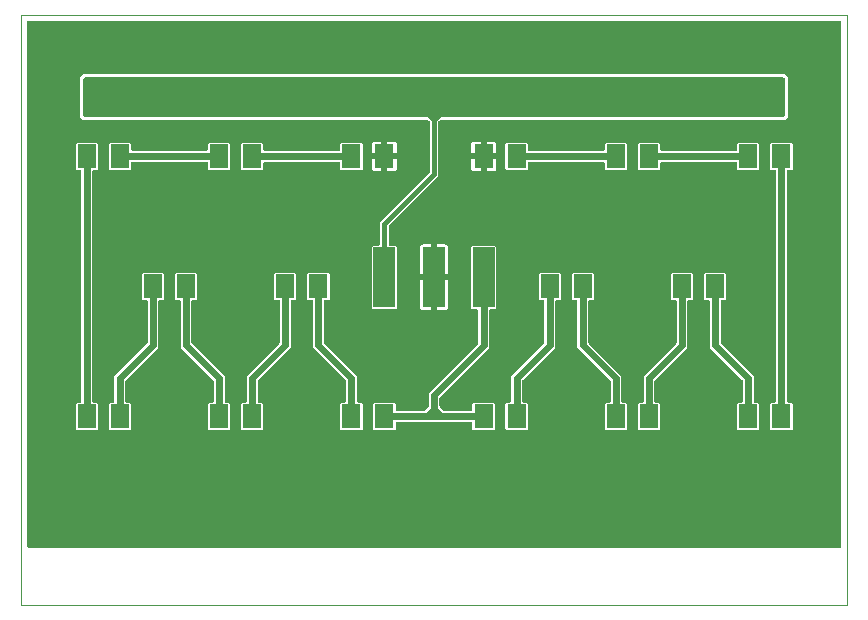
<source format=gbl>
G04 EAGLE Gerber RS-274X export*
G75*
%MOMM*%
%FSLAX34Y34*%
%LPD*%
%INCopper Bottom*%
%IPPOS*%
%AMOC8*
5,1,8,0,0,1.08239X$1,22.5*%
G01*
%ADD10C,0.000000*%
%ADD11R,1.600000X2.000000*%
%ADD12R,1.828800X5.080000*%
%ADD13C,0.609600*%
%ADD14P,0.659825X8X22.500000*%
%ADD15C,0.406400*%

G36*
X693768Y48746D02*
X693768Y48746D01*
X693887Y48753D01*
X693925Y48766D01*
X693966Y48771D01*
X694076Y48814D01*
X694189Y48851D01*
X694224Y48873D01*
X694261Y48888D01*
X694357Y48957D01*
X694458Y49021D01*
X694486Y49051D01*
X694519Y49074D01*
X694595Y49166D01*
X694676Y49253D01*
X694696Y49288D01*
X694721Y49319D01*
X694772Y49427D01*
X694830Y49531D01*
X694840Y49571D01*
X694857Y49607D01*
X694879Y49724D01*
X694909Y49839D01*
X694913Y49899D01*
X694917Y49919D01*
X694915Y49940D01*
X694919Y50000D01*
X694919Y493650D01*
X694904Y493768D01*
X694897Y493887D01*
X694884Y493925D01*
X694879Y493966D01*
X694836Y494076D01*
X694799Y494189D01*
X694777Y494224D01*
X694762Y494261D01*
X694693Y494357D01*
X694629Y494458D01*
X694599Y494486D01*
X694576Y494519D01*
X694484Y494595D01*
X694397Y494676D01*
X694362Y494696D01*
X694331Y494721D01*
X694223Y494772D01*
X694119Y494830D01*
X694079Y494840D01*
X694043Y494857D01*
X693926Y494879D01*
X693811Y494909D01*
X693751Y494913D01*
X693731Y494917D01*
X693710Y494915D01*
X693650Y494919D01*
X6350Y494919D01*
X6232Y494904D01*
X6113Y494897D01*
X6075Y494884D01*
X6034Y494879D01*
X5924Y494836D01*
X5811Y494799D01*
X5776Y494777D01*
X5739Y494762D01*
X5643Y494693D01*
X5542Y494629D01*
X5514Y494599D01*
X5481Y494576D01*
X5405Y494484D01*
X5324Y494397D01*
X5304Y494362D01*
X5279Y494331D01*
X5228Y494223D01*
X5170Y494119D01*
X5160Y494079D01*
X5143Y494043D01*
X5121Y493926D01*
X5091Y493811D01*
X5087Y493751D01*
X5083Y493731D01*
X5085Y493710D01*
X5081Y493650D01*
X5081Y50000D01*
X5096Y49882D01*
X5103Y49763D01*
X5116Y49725D01*
X5121Y49684D01*
X5164Y49574D01*
X5201Y49461D01*
X5223Y49426D01*
X5238Y49389D01*
X5307Y49293D01*
X5371Y49192D01*
X5401Y49164D01*
X5424Y49131D01*
X5516Y49056D01*
X5603Y48974D01*
X5638Y48954D01*
X5669Y48929D01*
X5777Y48878D01*
X5881Y48820D01*
X5921Y48810D01*
X5957Y48793D01*
X6074Y48771D01*
X6189Y48741D01*
X6249Y48737D01*
X6269Y48733D01*
X6290Y48735D01*
X6350Y48731D01*
X693650Y48731D01*
X693768Y48746D01*
G37*
%LPC*%
G36*
X298224Y250575D02*
X298224Y250575D01*
X297331Y251468D01*
X297331Y303532D01*
X298224Y304425D01*
X303174Y304425D01*
X303292Y304440D01*
X303411Y304447D01*
X303449Y304460D01*
X303490Y304465D01*
X303600Y304508D01*
X303713Y304545D01*
X303748Y304567D01*
X303785Y304582D01*
X303881Y304651D01*
X303982Y304715D01*
X304010Y304745D01*
X304043Y304768D01*
X304119Y304860D01*
X304200Y304947D01*
X304220Y304982D01*
X304245Y305013D01*
X304296Y305121D01*
X304354Y305225D01*
X304364Y305265D01*
X304381Y305301D01*
X304403Y305418D01*
X304433Y305533D01*
X304437Y305593D01*
X304441Y305613D01*
X304439Y305634D01*
X304443Y305694D01*
X304443Y324473D01*
X346072Y366101D01*
X346132Y366180D01*
X346200Y366252D01*
X346229Y366305D01*
X346266Y366353D01*
X346306Y366444D01*
X346354Y366530D01*
X346369Y366589D01*
X346393Y366645D01*
X346408Y366743D01*
X346433Y366838D01*
X346439Y366938D01*
X346443Y366959D01*
X346441Y366971D01*
X346443Y366999D01*
X346443Y408937D01*
X346431Y409035D01*
X346428Y409134D01*
X346411Y409192D01*
X346403Y409253D01*
X346367Y409345D01*
X346339Y409440D01*
X346309Y409492D01*
X346286Y409548D01*
X346228Y409628D01*
X346178Y409714D01*
X346112Y409789D01*
X346100Y409806D01*
X346090Y409813D01*
X346072Y409835D01*
X345851Y410056D01*
X345772Y410116D01*
X345700Y410184D01*
X345647Y410213D01*
X345599Y410250D01*
X345508Y410290D01*
X345422Y410338D01*
X345363Y410353D01*
X345307Y410377D01*
X345209Y410392D01*
X345114Y410417D01*
X345014Y410423D01*
X344993Y410427D01*
X344981Y410425D01*
X344953Y410427D01*
X53106Y410427D01*
X50427Y413106D01*
X50427Y446894D01*
X53106Y449573D01*
X646894Y449573D01*
X649573Y446894D01*
X649573Y413106D01*
X646894Y410427D01*
X355047Y410427D01*
X354949Y410415D01*
X354850Y410412D01*
X354792Y410395D01*
X354731Y410387D01*
X354639Y410351D01*
X354544Y410323D01*
X354492Y410293D01*
X354436Y410270D01*
X354356Y410212D01*
X354270Y410162D01*
X354195Y410096D01*
X354178Y410084D01*
X354171Y410074D01*
X354149Y410055D01*
X353928Y409834D01*
X353868Y409756D01*
X353800Y409684D01*
X353771Y409631D01*
X353734Y409583D01*
X353694Y409492D01*
X353646Y409406D01*
X353631Y409347D01*
X353607Y409291D01*
X353592Y409193D01*
X353567Y409098D01*
X353561Y408998D01*
X353557Y408977D01*
X353559Y408965D01*
X353557Y408937D01*
X353557Y363527D01*
X311928Y321899D01*
X311868Y321820D01*
X311800Y321748D01*
X311771Y321695D01*
X311734Y321647D01*
X311694Y321556D01*
X311646Y321470D01*
X311631Y321411D01*
X311607Y321355D01*
X311592Y321257D01*
X311567Y321162D01*
X311561Y321062D01*
X311557Y321041D01*
X311559Y321029D01*
X311557Y321001D01*
X311557Y305694D01*
X311572Y305576D01*
X311579Y305457D01*
X311592Y305419D01*
X311597Y305378D01*
X311640Y305268D01*
X311677Y305155D01*
X311699Y305120D01*
X311714Y305083D01*
X311783Y304987D01*
X311847Y304886D01*
X311877Y304858D01*
X311900Y304825D01*
X311992Y304749D01*
X312079Y304668D01*
X312114Y304648D01*
X312145Y304623D01*
X312253Y304572D01*
X312357Y304514D01*
X312397Y304504D01*
X312433Y304487D01*
X312550Y304465D01*
X312665Y304435D01*
X312725Y304431D01*
X312745Y304427D01*
X312766Y304429D01*
X312826Y304425D01*
X317776Y304425D01*
X318669Y303532D01*
X318669Y251468D01*
X317776Y250575D01*
X298224Y250575D01*
G37*
%LPD*%
G36*
X645018Y412971D02*
X645018Y412971D01*
X645036Y412969D01*
X645218Y412990D01*
X645401Y413009D01*
X645418Y413014D01*
X645435Y413016D01*
X645610Y413073D01*
X645786Y413127D01*
X645801Y413135D01*
X645818Y413141D01*
X645978Y413231D01*
X646140Y413319D01*
X646153Y413330D01*
X646169Y413339D01*
X646308Y413459D01*
X646449Y413576D01*
X646460Y413590D01*
X646474Y413602D01*
X646586Y413747D01*
X646701Y413890D01*
X646709Y413906D01*
X646720Y413920D01*
X646802Y414085D01*
X646887Y414247D01*
X646892Y414264D01*
X646900Y414281D01*
X646947Y414459D01*
X646998Y414634D01*
X647000Y414652D01*
X647004Y414669D01*
X647031Y415000D01*
X647031Y445000D01*
X647029Y445018D01*
X647031Y445036D01*
X647010Y445218D01*
X646991Y445401D01*
X646986Y445418D01*
X646984Y445435D01*
X646927Y445610D01*
X646873Y445786D01*
X646865Y445801D01*
X646859Y445818D01*
X646769Y445978D01*
X646681Y446140D01*
X646670Y446153D01*
X646661Y446169D01*
X646541Y446308D01*
X646424Y446449D01*
X646410Y446460D01*
X646398Y446474D01*
X646253Y446586D01*
X646110Y446701D01*
X646094Y446709D01*
X646080Y446720D01*
X645915Y446802D01*
X645753Y446887D01*
X645736Y446892D01*
X645720Y446900D01*
X645541Y446947D01*
X645366Y446998D01*
X645348Y447000D01*
X645331Y447004D01*
X645000Y447031D01*
X55000Y447031D01*
X54982Y447029D01*
X54964Y447031D01*
X54782Y447010D01*
X54599Y446991D01*
X54582Y446986D01*
X54565Y446984D01*
X54390Y446927D01*
X54214Y446873D01*
X54199Y446865D01*
X54182Y446859D01*
X54022Y446769D01*
X53860Y446681D01*
X53847Y446670D01*
X53831Y446661D01*
X53692Y446541D01*
X53551Y446424D01*
X53540Y446410D01*
X53527Y446398D01*
X53414Y446253D01*
X53299Y446110D01*
X53291Y446094D01*
X53280Y446080D01*
X53198Y445915D01*
X53113Y445753D01*
X53108Y445736D01*
X53100Y445720D01*
X53053Y445541D01*
X53002Y445366D01*
X53000Y445348D01*
X52996Y445331D01*
X52969Y445000D01*
X52969Y415000D01*
X52971Y414982D01*
X52969Y414964D01*
X52990Y414782D01*
X53009Y414599D01*
X53014Y414582D01*
X53016Y414565D01*
X53073Y414390D01*
X53127Y414214D01*
X53135Y414199D01*
X53141Y414182D01*
X53231Y414022D01*
X53319Y413860D01*
X53330Y413847D01*
X53339Y413831D01*
X53459Y413692D01*
X53576Y413551D01*
X53590Y413540D01*
X53602Y413527D01*
X53747Y413414D01*
X53890Y413299D01*
X53906Y413291D01*
X53920Y413280D01*
X54085Y413198D01*
X54247Y413113D01*
X54264Y413108D01*
X54281Y413100D01*
X54459Y413053D01*
X54634Y413002D01*
X54652Y413000D01*
X54669Y412996D01*
X55000Y412969D01*
X645000Y412969D01*
X645018Y412971D01*
G37*
%LPC*%
G36*
X299368Y148475D02*
X299368Y148475D01*
X298475Y149368D01*
X298475Y170632D01*
X299368Y171525D01*
X316632Y171525D01*
X317525Y170632D01*
X317525Y165842D01*
X317540Y165724D01*
X317547Y165605D01*
X317560Y165567D01*
X317565Y165526D01*
X317608Y165416D01*
X317645Y165303D01*
X317667Y165268D01*
X317682Y165231D01*
X317751Y165135D01*
X317815Y165034D01*
X317845Y165006D01*
X317868Y164973D01*
X317960Y164897D01*
X318047Y164816D01*
X318082Y164796D01*
X318113Y164771D01*
X318221Y164720D01*
X318325Y164662D01*
X318365Y164652D01*
X318401Y164635D01*
X318518Y164613D01*
X318633Y164583D01*
X318693Y164579D01*
X318713Y164575D01*
X318734Y164577D01*
X318794Y164573D01*
X341484Y164573D01*
X341582Y164585D01*
X341681Y164588D01*
X341740Y164605D01*
X341800Y164613D01*
X341892Y164649D01*
X341987Y164677D01*
X342039Y164707D01*
X342095Y164730D01*
X342175Y164788D01*
X342261Y164838D01*
X342336Y164904D01*
X342353Y164916D01*
X342361Y164926D01*
X342382Y164944D01*
X345056Y167618D01*
X345116Y167697D01*
X345184Y167769D01*
X345213Y167822D01*
X345250Y167870D01*
X345290Y167961D01*
X345338Y168047D01*
X345353Y168106D01*
X345377Y168161D01*
X345392Y168259D01*
X345417Y168355D01*
X345423Y168455D01*
X345427Y168476D01*
X345425Y168488D01*
X345427Y168516D01*
X345427Y179894D01*
X387056Y221522D01*
X387116Y221601D01*
X387184Y221673D01*
X387213Y221726D01*
X387250Y221774D01*
X387290Y221865D01*
X387338Y221951D01*
X387353Y222010D01*
X387377Y222065D01*
X387392Y222163D01*
X387417Y222259D01*
X387423Y222359D01*
X387427Y222380D01*
X387425Y222392D01*
X387427Y222420D01*
X387427Y249306D01*
X387412Y249424D01*
X387405Y249543D01*
X387392Y249581D01*
X387387Y249622D01*
X387344Y249732D01*
X387307Y249845D01*
X387285Y249880D01*
X387270Y249917D01*
X387201Y250013D01*
X387137Y250114D01*
X387107Y250142D01*
X387084Y250175D01*
X386992Y250251D01*
X386905Y250332D01*
X386870Y250352D01*
X386839Y250377D01*
X386731Y250428D01*
X386627Y250486D01*
X386587Y250496D01*
X386551Y250513D01*
X386434Y250535D01*
X386319Y250565D01*
X386259Y250569D01*
X386239Y250573D01*
X386218Y250571D01*
X386158Y250575D01*
X382224Y250575D01*
X381331Y251468D01*
X381331Y303532D01*
X382224Y304425D01*
X401776Y304425D01*
X402669Y303532D01*
X402669Y251468D01*
X401776Y250575D01*
X397842Y250575D01*
X397724Y250560D01*
X397605Y250553D01*
X397567Y250540D01*
X397526Y250535D01*
X397416Y250492D01*
X397303Y250455D01*
X397268Y250433D01*
X397231Y250418D01*
X397135Y250349D01*
X397034Y250285D01*
X397006Y250255D01*
X396973Y250232D01*
X396897Y250140D01*
X396816Y250053D01*
X396796Y250018D01*
X396771Y249987D01*
X396720Y249879D01*
X396662Y249775D01*
X396652Y249735D01*
X396635Y249699D01*
X396613Y249582D01*
X396583Y249467D01*
X396579Y249407D01*
X396575Y249387D01*
X396577Y249366D01*
X396576Y249356D01*
X396575Y249353D01*
X396575Y249349D01*
X396573Y249306D01*
X396573Y218106D01*
X354944Y176478D01*
X354884Y176399D01*
X354816Y176327D01*
X354787Y176274D01*
X354750Y176226D01*
X354710Y176135D01*
X354662Y176049D01*
X354647Y175990D01*
X354623Y175935D01*
X354608Y175837D01*
X354583Y175741D01*
X354577Y175641D01*
X354573Y175620D01*
X354575Y175608D01*
X354573Y175580D01*
X354573Y168516D01*
X354585Y168418D01*
X354588Y168319D01*
X354605Y168260D01*
X354613Y168200D01*
X354649Y168108D01*
X354677Y168013D01*
X354707Y167961D01*
X354730Y167905D01*
X354788Y167825D01*
X354838Y167739D01*
X354904Y167664D01*
X354916Y167647D01*
X354926Y167639D01*
X354944Y167618D01*
X357618Y164944D01*
X357697Y164884D01*
X357769Y164816D01*
X357822Y164787D01*
X357870Y164750D01*
X357961Y164710D01*
X358047Y164662D01*
X358106Y164647D01*
X358161Y164623D01*
X358259Y164608D01*
X358355Y164583D01*
X358455Y164577D01*
X358476Y164573D01*
X358488Y164575D01*
X358516Y164573D01*
X381206Y164573D01*
X381324Y164588D01*
X381443Y164595D01*
X381481Y164608D01*
X381522Y164613D01*
X381632Y164656D01*
X381745Y164693D01*
X381780Y164715D01*
X381817Y164730D01*
X381913Y164799D01*
X382014Y164863D01*
X382042Y164893D01*
X382075Y164916D01*
X382151Y165008D01*
X382232Y165095D01*
X382252Y165130D01*
X382277Y165161D01*
X382328Y165269D01*
X382386Y165373D01*
X382396Y165413D01*
X382413Y165449D01*
X382435Y165566D01*
X382465Y165681D01*
X382469Y165741D01*
X382473Y165761D01*
X382471Y165782D01*
X382475Y165842D01*
X382475Y170632D01*
X383368Y171525D01*
X400632Y171525D01*
X401525Y170632D01*
X401525Y149368D01*
X400632Y148475D01*
X383368Y148475D01*
X382475Y149368D01*
X382475Y154158D01*
X382460Y154276D01*
X382453Y154395D01*
X382440Y154433D01*
X382435Y154474D01*
X382392Y154584D01*
X382355Y154697D01*
X382333Y154732D01*
X382318Y154769D01*
X382249Y154865D01*
X382185Y154966D01*
X382155Y154994D01*
X382132Y155027D01*
X382040Y155103D01*
X381953Y155184D01*
X381918Y155204D01*
X381887Y155229D01*
X381779Y155280D01*
X381675Y155338D01*
X381635Y155348D01*
X381599Y155365D01*
X381482Y155387D01*
X381367Y155417D01*
X381307Y155421D01*
X381287Y155425D01*
X381266Y155423D01*
X381206Y155427D01*
X318794Y155427D01*
X318676Y155412D01*
X318557Y155405D01*
X318519Y155392D01*
X318478Y155387D01*
X318368Y155344D01*
X318255Y155307D01*
X318220Y155285D01*
X318183Y155270D01*
X318087Y155201D01*
X317986Y155137D01*
X317958Y155107D01*
X317925Y155084D01*
X317849Y154992D01*
X317768Y154905D01*
X317748Y154870D01*
X317723Y154839D01*
X317672Y154731D01*
X317614Y154627D01*
X317604Y154587D01*
X317587Y154551D01*
X317565Y154434D01*
X317535Y154319D01*
X317531Y154259D01*
X317527Y154239D01*
X317529Y154218D01*
X317525Y154158D01*
X317525Y149368D01*
X316632Y148475D01*
X299368Y148475D01*
G37*
%LPD*%
%LPC*%
G36*
X635368Y148475D02*
X635368Y148475D01*
X634475Y149368D01*
X634475Y170632D01*
X635368Y171525D01*
X638158Y171525D01*
X638276Y171540D01*
X638395Y171547D01*
X638433Y171560D01*
X638474Y171565D01*
X638584Y171608D01*
X638697Y171645D01*
X638732Y171667D01*
X638769Y171682D01*
X638865Y171751D01*
X638966Y171815D01*
X638994Y171845D01*
X639027Y171868D01*
X639103Y171960D01*
X639184Y172047D01*
X639204Y172082D01*
X639229Y172113D01*
X639280Y172221D01*
X639338Y172325D01*
X639348Y172365D01*
X639365Y172401D01*
X639387Y172518D01*
X639417Y172633D01*
X639421Y172693D01*
X639425Y172713D01*
X639423Y172734D01*
X639427Y172794D01*
X639427Y367206D01*
X639412Y367324D01*
X639405Y367443D01*
X639392Y367481D01*
X639387Y367522D01*
X639344Y367632D01*
X639307Y367745D01*
X639285Y367780D01*
X639270Y367817D01*
X639201Y367913D01*
X639137Y368014D01*
X639107Y368042D01*
X639084Y368075D01*
X638992Y368151D01*
X638905Y368232D01*
X638870Y368252D01*
X638839Y368277D01*
X638731Y368328D01*
X638627Y368386D01*
X638587Y368396D01*
X638551Y368413D01*
X638434Y368435D01*
X638319Y368465D01*
X638259Y368469D01*
X638239Y368473D01*
X638218Y368471D01*
X638158Y368475D01*
X635368Y368475D01*
X634475Y369368D01*
X634475Y390632D01*
X635368Y391525D01*
X652632Y391525D01*
X653525Y390632D01*
X653525Y369368D01*
X652632Y368475D01*
X649842Y368475D01*
X649724Y368460D01*
X649605Y368453D01*
X649567Y368440D01*
X649526Y368435D01*
X649416Y368392D01*
X649303Y368355D01*
X649268Y368333D01*
X649231Y368318D01*
X649135Y368249D01*
X649034Y368185D01*
X649006Y368155D01*
X648973Y368132D01*
X648897Y368040D01*
X648816Y367953D01*
X648796Y367918D01*
X648771Y367887D01*
X648720Y367779D01*
X648662Y367675D01*
X648652Y367635D01*
X648635Y367599D01*
X648613Y367482D01*
X648583Y367367D01*
X648579Y367307D01*
X648575Y367287D01*
X648577Y367266D01*
X648573Y367206D01*
X648573Y172794D01*
X648588Y172676D01*
X648595Y172557D01*
X648608Y172519D01*
X648613Y172478D01*
X648656Y172368D01*
X648693Y172255D01*
X648715Y172220D01*
X648730Y172183D01*
X648799Y172087D01*
X648863Y171986D01*
X648893Y171958D01*
X648916Y171925D01*
X649008Y171849D01*
X649095Y171768D01*
X649130Y171748D01*
X649161Y171723D01*
X649269Y171672D01*
X649373Y171614D01*
X649413Y171604D01*
X649449Y171587D01*
X649566Y171565D01*
X649681Y171535D01*
X649741Y171531D01*
X649761Y171527D01*
X649782Y171529D01*
X649842Y171525D01*
X652632Y171525D01*
X653525Y170632D01*
X653525Y149368D01*
X652632Y148475D01*
X635368Y148475D01*
G37*
%LPD*%
%LPC*%
G36*
X47368Y148475D02*
X47368Y148475D01*
X46475Y149368D01*
X46475Y170632D01*
X47368Y171525D01*
X50158Y171525D01*
X50276Y171540D01*
X50395Y171547D01*
X50433Y171560D01*
X50474Y171565D01*
X50584Y171608D01*
X50697Y171645D01*
X50732Y171667D01*
X50769Y171682D01*
X50865Y171751D01*
X50966Y171815D01*
X50994Y171845D01*
X51027Y171868D01*
X51103Y171960D01*
X51184Y172047D01*
X51204Y172082D01*
X51229Y172113D01*
X51280Y172221D01*
X51338Y172325D01*
X51348Y172365D01*
X51365Y172401D01*
X51387Y172518D01*
X51417Y172633D01*
X51421Y172693D01*
X51425Y172713D01*
X51423Y172734D01*
X51427Y172794D01*
X51427Y367206D01*
X51412Y367324D01*
X51405Y367443D01*
X51392Y367481D01*
X51387Y367522D01*
X51344Y367632D01*
X51307Y367745D01*
X51285Y367780D01*
X51270Y367817D01*
X51201Y367913D01*
X51137Y368014D01*
X51107Y368042D01*
X51084Y368075D01*
X50992Y368151D01*
X50905Y368232D01*
X50870Y368252D01*
X50839Y368277D01*
X50731Y368328D01*
X50627Y368386D01*
X50587Y368396D01*
X50551Y368413D01*
X50434Y368435D01*
X50319Y368465D01*
X50259Y368469D01*
X50239Y368473D01*
X50218Y368471D01*
X50158Y368475D01*
X47368Y368475D01*
X46475Y369368D01*
X46475Y390632D01*
X47368Y391525D01*
X64632Y391525D01*
X65525Y390632D01*
X65525Y369368D01*
X64632Y368475D01*
X61842Y368475D01*
X61724Y368460D01*
X61605Y368453D01*
X61567Y368440D01*
X61526Y368435D01*
X61416Y368392D01*
X61303Y368355D01*
X61268Y368333D01*
X61231Y368318D01*
X61135Y368249D01*
X61034Y368185D01*
X61006Y368155D01*
X60973Y368132D01*
X60897Y368040D01*
X60816Y367953D01*
X60796Y367918D01*
X60771Y367887D01*
X60720Y367779D01*
X60662Y367675D01*
X60652Y367635D01*
X60635Y367599D01*
X60613Y367482D01*
X60583Y367367D01*
X60579Y367307D01*
X60575Y367287D01*
X60577Y367266D01*
X60573Y367206D01*
X60573Y172794D01*
X60588Y172676D01*
X60595Y172557D01*
X60608Y172519D01*
X60613Y172478D01*
X60656Y172368D01*
X60693Y172255D01*
X60715Y172220D01*
X60730Y172183D01*
X60799Y172087D01*
X60863Y171986D01*
X60893Y171958D01*
X60916Y171925D01*
X61008Y171849D01*
X61095Y171768D01*
X61130Y171748D01*
X61161Y171723D01*
X61269Y171672D01*
X61373Y171614D01*
X61413Y171604D01*
X61449Y171587D01*
X61566Y171565D01*
X61681Y171535D01*
X61741Y171531D01*
X61761Y171527D01*
X61782Y171529D01*
X61842Y171525D01*
X64632Y171525D01*
X65525Y170632D01*
X65525Y149368D01*
X64632Y148475D01*
X47368Y148475D01*
G37*
%LPD*%
%LPC*%
G36*
X271368Y148475D02*
X271368Y148475D01*
X270475Y149368D01*
X270475Y170632D01*
X271368Y171525D01*
X274158Y171525D01*
X274276Y171540D01*
X274395Y171547D01*
X274433Y171560D01*
X274474Y171565D01*
X274584Y171608D01*
X274697Y171645D01*
X274732Y171667D01*
X274769Y171682D01*
X274865Y171751D01*
X274966Y171815D01*
X274994Y171845D01*
X275027Y171868D01*
X275103Y171960D01*
X275184Y172047D01*
X275204Y172082D01*
X275229Y172113D01*
X275280Y172221D01*
X275338Y172325D01*
X275348Y172365D01*
X275365Y172401D01*
X275387Y172518D01*
X275417Y172633D01*
X275421Y172693D01*
X275425Y172713D01*
X275423Y172734D01*
X275427Y172794D01*
X275427Y189580D01*
X275415Y189678D01*
X275412Y189777D01*
X275395Y189836D01*
X275387Y189896D01*
X275351Y189988D01*
X275323Y190083D01*
X275293Y190135D01*
X275270Y190191D01*
X275212Y190271D01*
X275162Y190357D01*
X275096Y190432D01*
X275084Y190449D01*
X275074Y190457D01*
X275056Y190478D01*
X247427Y218106D01*
X247427Y257206D01*
X247412Y257324D01*
X247405Y257443D01*
X247392Y257481D01*
X247387Y257522D01*
X247344Y257632D01*
X247307Y257745D01*
X247285Y257780D01*
X247270Y257817D01*
X247201Y257913D01*
X247137Y258014D01*
X247107Y258042D01*
X247084Y258075D01*
X246992Y258151D01*
X246905Y258232D01*
X246870Y258252D01*
X246839Y258277D01*
X246731Y258328D01*
X246627Y258386D01*
X246587Y258396D01*
X246551Y258413D01*
X246434Y258435D01*
X246319Y258465D01*
X246259Y258469D01*
X246239Y258473D01*
X246218Y258471D01*
X246158Y258475D01*
X243368Y258475D01*
X242475Y259368D01*
X242475Y280632D01*
X243368Y281525D01*
X260632Y281525D01*
X261525Y280632D01*
X261525Y259368D01*
X260632Y258475D01*
X257842Y258475D01*
X257724Y258460D01*
X257605Y258453D01*
X257567Y258440D01*
X257526Y258435D01*
X257416Y258392D01*
X257303Y258355D01*
X257268Y258333D01*
X257231Y258318D01*
X257135Y258249D01*
X257034Y258185D01*
X257006Y258155D01*
X256973Y258132D01*
X256897Y258040D01*
X256816Y257953D01*
X256796Y257918D01*
X256771Y257887D01*
X256720Y257779D01*
X256662Y257675D01*
X256652Y257635D01*
X256635Y257599D01*
X256613Y257482D01*
X256583Y257367D01*
X256579Y257307D01*
X256575Y257287D01*
X256577Y257266D01*
X256573Y257206D01*
X256573Y222420D01*
X256585Y222322D01*
X256588Y222223D01*
X256605Y222164D01*
X256613Y222104D01*
X256649Y222012D01*
X256677Y221917D01*
X256707Y221865D01*
X256730Y221809D01*
X256788Y221729D01*
X256838Y221643D01*
X256904Y221568D01*
X256916Y221551D01*
X256926Y221543D01*
X256944Y221522D01*
X284573Y193894D01*
X284573Y172794D01*
X284588Y172676D01*
X284595Y172557D01*
X284608Y172519D01*
X284613Y172478D01*
X284656Y172368D01*
X284693Y172255D01*
X284715Y172220D01*
X284730Y172183D01*
X284799Y172087D01*
X284863Y171986D01*
X284893Y171958D01*
X284916Y171925D01*
X285008Y171849D01*
X285095Y171768D01*
X285130Y171748D01*
X285161Y171723D01*
X285269Y171672D01*
X285373Y171614D01*
X285413Y171604D01*
X285449Y171587D01*
X285566Y171565D01*
X285681Y171535D01*
X285741Y171531D01*
X285761Y171527D01*
X285782Y171529D01*
X285842Y171525D01*
X288632Y171525D01*
X289525Y170632D01*
X289525Y149368D01*
X288632Y148475D01*
X271368Y148475D01*
G37*
%LPD*%
%LPC*%
G36*
X159368Y148475D02*
X159368Y148475D01*
X158475Y149368D01*
X158475Y170632D01*
X159368Y171525D01*
X162158Y171525D01*
X162276Y171540D01*
X162395Y171547D01*
X162433Y171560D01*
X162474Y171565D01*
X162584Y171608D01*
X162697Y171645D01*
X162732Y171667D01*
X162769Y171682D01*
X162865Y171751D01*
X162966Y171815D01*
X162994Y171845D01*
X163027Y171868D01*
X163103Y171960D01*
X163184Y172047D01*
X163204Y172082D01*
X163229Y172113D01*
X163280Y172221D01*
X163338Y172325D01*
X163348Y172365D01*
X163365Y172401D01*
X163387Y172518D01*
X163417Y172633D01*
X163421Y172693D01*
X163425Y172713D01*
X163423Y172734D01*
X163427Y172794D01*
X163427Y189580D01*
X163415Y189678D01*
X163412Y189777D01*
X163395Y189836D01*
X163387Y189896D01*
X163351Y189988D01*
X163323Y190083D01*
X163293Y190135D01*
X163270Y190191D01*
X163212Y190271D01*
X163162Y190357D01*
X163096Y190432D01*
X163084Y190449D01*
X163074Y190457D01*
X163056Y190478D01*
X135427Y218106D01*
X135427Y257206D01*
X135412Y257324D01*
X135405Y257443D01*
X135392Y257481D01*
X135387Y257522D01*
X135344Y257632D01*
X135307Y257745D01*
X135285Y257780D01*
X135270Y257817D01*
X135201Y257913D01*
X135137Y258014D01*
X135107Y258042D01*
X135084Y258075D01*
X134992Y258151D01*
X134905Y258232D01*
X134870Y258252D01*
X134839Y258277D01*
X134731Y258328D01*
X134627Y258386D01*
X134587Y258396D01*
X134551Y258413D01*
X134434Y258435D01*
X134319Y258465D01*
X134259Y258469D01*
X134239Y258473D01*
X134218Y258471D01*
X134158Y258475D01*
X131368Y258475D01*
X130475Y259368D01*
X130475Y280632D01*
X131368Y281525D01*
X148632Y281525D01*
X149525Y280632D01*
X149525Y259368D01*
X148632Y258475D01*
X145842Y258475D01*
X145724Y258460D01*
X145605Y258453D01*
X145567Y258440D01*
X145526Y258435D01*
X145416Y258392D01*
X145303Y258355D01*
X145268Y258333D01*
X145231Y258318D01*
X145135Y258249D01*
X145034Y258185D01*
X145006Y258155D01*
X144973Y258132D01*
X144897Y258040D01*
X144816Y257953D01*
X144796Y257918D01*
X144771Y257887D01*
X144720Y257779D01*
X144662Y257675D01*
X144652Y257635D01*
X144635Y257599D01*
X144613Y257482D01*
X144583Y257367D01*
X144579Y257307D01*
X144575Y257287D01*
X144577Y257266D01*
X144573Y257206D01*
X144573Y222420D01*
X144585Y222322D01*
X144588Y222223D01*
X144605Y222164D01*
X144613Y222104D01*
X144649Y222012D01*
X144677Y221917D01*
X144707Y221865D01*
X144730Y221809D01*
X144788Y221729D01*
X144838Y221643D01*
X144904Y221568D01*
X144916Y221551D01*
X144926Y221543D01*
X144944Y221522D01*
X172573Y193894D01*
X172573Y172794D01*
X172588Y172676D01*
X172595Y172557D01*
X172608Y172519D01*
X172613Y172478D01*
X172656Y172368D01*
X172693Y172255D01*
X172715Y172220D01*
X172730Y172183D01*
X172799Y172087D01*
X172863Y171986D01*
X172893Y171958D01*
X172916Y171925D01*
X173008Y171849D01*
X173095Y171768D01*
X173130Y171748D01*
X173161Y171723D01*
X173269Y171672D01*
X173373Y171614D01*
X173413Y171604D01*
X173449Y171587D01*
X173566Y171565D01*
X173681Y171535D01*
X173741Y171531D01*
X173761Y171527D01*
X173782Y171529D01*
X173842Y171525D01*
X176632Y171525D01*
X177525Y170632D01*
X177525Y149368D01*
X176632Y148475D01*
X159368Y148475D01*
G37*
%LPD*%
%LPC*%
G36*
X607368Y148475D02*
X607368Y148475D01*
X606475Y149368D01*
X606475Y170632D01*
X607368Y171525D01*
X610158Y171525D01*
X610276Y171540D01*
X610395Y171547D01*
X610433Y171560D01*
X610474Y171565D01*
X610584Y171608D01*
X610697Y171645D01*
X610732Y171667D01*
X610769Y171682D01*
X610865Y171751D01*
X610966Y171815D01*
X610994Y171845D01*
X611027Y171868D01*
X611103Y171960D01*
X611184Y172047D01*
X611204Y172082D01*
X611229Y172113D01*
X611280Y172221D01*
X611338Y172325D01*
X611348Y172365D01*
X611365Y172401D01*
X611387Y172518D01*
X611417Y172633D01*
X611421Y172693D01*
X611425Y172713D01*
X611423Y172734D01*
X611427Y172794D01*
X611427Y189580D01*
X611415Y189678D01*
X611412Y189777D01*
X611395Y189836D01*
X611387Y189896D01*
X611351Y189988D01*
X611323Y190083D01*
X611293Y190135D01*
X611270Y190191D01*
X611212Y190271D01*
X611162Y190357D01*
X611096Y190432D01*
X611084Y190449D01*
X611074Y190457D01*
X611056Y190478D01*
X583427Y218106D01*
X583427Y257206D01*
X583412Y257324D01*
X583405Y257443D01*
X583392Y257481D01*
X583387Y257522D01*
X583344Y257632D01*
X583307Y257745D01*
X583285Y257780D01*
X583270Y257817D01*
X583201Y257913D01*
X583137Y258014D01*
X583107Y258042D01*
X583084Y258075D01*
X582992Y258151D01*
X582905Y258232D01*
X582870Y258252D01*
X582839Y258277D01*
X582731Y258328D01*
X582627Y258386D01*
X582587Y258396D01*
X582551Y258413D01*
X582434Y258435D01*
X582319Y258465D01*
X582259Y258469D01*
X582239Y258473D01*
X582218Y258471D01*
X582158Y258475D01*
X579368Y258475D01*
X578475Y259368D01*
X578475Y280632D01*
X579368Y281525D01*
X596632Y281525D01*
X597525Y280632D01*
X597525Y259368D01*
X596632Y258475D01*
X593842Y258475D01*
X593724Y258460D01*
X593605Y258453D01*
X593567Y258440D01*
X593526Y258435D01*
X593416Y258392D01*
X593303Y258355D01*
X593268Y258333D01*
X593231Y258318D01*
X593135Y258249D01*
X593034Y258185D01*
X593006Y258155D01*
X592973Y258132D01*
X592897Y258040D01*
X592816Y257953D01*
X592796Y257918D01*
X592771Y257887D01*
X592720Y257779D01*
X592662Y257675D01*
X592652Y257635D01*
X592635Y257599D01*
X592613Y257482D01*
X592583Y257367D01*
X592579Y257307D01*
X592575Y257287D01*
X592577Y257266D01*
X592573Y257206D01*
X592573Y222420D01*
X592585Y222322D01*
X592588Y222223D01*
X592605Y222164D01*
X592613Y222104D01*
X592649Y222012D01*
X592677Y221917D01*
X592707Y221865D01*
X592730Y221809D01*
X592788Y221729D01*
X592838Y221643D01*
X592904Y221568D01*
X592916Y221551D01*
X592926Y221543D01*
X592944Y221522D01*
X620573Y193894D01*
X620573Y172794D01*
X620588Y172676D01*
X620595Y172557D01*
X620608Y172519D01*
X620613Y172478D01*
X620656Y172368D01*
X620693Y172255D01*
X620715Y172220D01*
X620730Y172183D01*
X620799Y172087D01*
X620863Y171986D01*
X620893Y171958D01*
X620916Y171925D01*
X621008Y171849D01*
X621095Y171768D01*
X621130Y171748D01*
X621161Y171723D01*
X621269Y171672D01*
X621373Y171614D01*
X621413Y171604D01*
X621449Y171587D01*
X621566Y171565D01*
X621681Y171535D01*
X621741Y171531D01*
X621761Y171527D01*
X621782Y171529D01*
X621842Y171525D01*
X624632Y171525D01*
X625525Y170632D01*
X625525Y149368D01*
X624632Y148475D01*
X607368Y148475D01*
G37*
%LPD*%
%LPC*%
G36*
X495368Y148475D02*
X495368Y148475D01*
X494475Y149368D01*
X494475Y170632D01*
X495368Y171525D01*
X498158Y171525D01*
X498276Y171540D01*
X498395Y171547D01*
X498433Y171560D01*
X498474Y171565D01*
X498584Y171608D01*
X498697Y171645D01*
X498732Y171667D01*
X498769Y171682D01*
X498865Y171751D01*
X498966Y171815D01*
X498994Y171845D01*
X499027Y171868D01*
X499103Y171960D01*
X499184Y172047D01*
X499204Y172082D01*
X499229Y172113D01*
X499280Y172221D01*
X499338Y172325D01*
X499348Y172365D01*
X499365Y172401D01*
X499387Y172518D01*
X499417Y172633D01*
X499421Y172693D01*
X499425Y172713D01*
X499423Y172734D01*
X499427Y172794D01*
X499427Y189580D01*
X499415Y189678D01*
X499412Y189777D01*
X499395Y189836D01*
X499387Y189896D01*
X499351Y189988D01*
X499323Y190083D01*
X499293Y190135D01*
X499270Y190191D01*
X499212Y190271D01*
X499162Y190357D01*
X499096Y190432D01*
X499084Y190449D01*
X499074Y190457D01*
X499056Y190478D01*
X471427Y218106D01*
X471427Y257206D01*
X471412Y257324D01*
X471405Y257443D01*
X471392Y257481D01*
X471387Y257522D01*
X471344Y257632D01*
X471307Y257745D01*
X471285Y257780D01*
X471270Y257817D01*
X471201Y257913D01*
X471137Y258014D01*
X471107Y258042D01*
X471084Y258075D01*
X470992Y258151D01*
X470905Y258232D01*
X470870Y258252D01*
X470839Y258277D01*
X470731Y258328D01*
X470627Y258386D01*
X470587Y258396D01*
X470551Y258413D01*
X470434Y258435D01*
X470319Y258465D01*
X470259Y258469D01*
X470239Y258473D01*
X470218Y258471D01*
X470158Y258475D01*
X467368Y258475D01*
X466475Y259368D01*
X466475Y280632D01*
X467368Y281525D01*
X484632Y281525D01*
X485525Y280632D01*
X485525Y259368D01*
X484632Y258475D01*
X481842Y258475D01*
X481724Y258460D01*
X481605Y258453D01*
X481567Y258440D01*
X481526Y258435D01*
X481416Y258392D01*
X481303Y258355D01*
X481268Y258333D01*
X481231Y258318D01*
X481135Y258249D01*
X481034Y258185D01*
X481006Y258155D01*
X480973Y258132D01*
X480897Y258040D01*
X480816Y257953D01*
X480796Y257918D01*
X480771Y257887D01*
X480720Y257779D01*
X480662Y257675D01*
X480652Y257635D01*
X480635Y257599D01*
X480613Y257482D01*
X480583Y257367D01*
X480579Y257307D01*
X480575Y257287D01*
X480577Y257266D01*
X480573Y257206D01*
X480573Y222420D01*
X480585Y222322D01*
X480588Y222223D01*
X480605Y222164D01*
X480613Y222104D01*
X480649Y222012D01*
X480677Y221917D01*
X480707Y221865D01*
X480730Y221809D01*
X480788Y221729D01*
X480838Y221643D01*
X480904Y221568D01*
X480916Y221551D01*
X480926Y221543D01*
X480944Y221522D01*
X508573Y193894D01*
X508573Y172794D01*
X508588Y172676D01*
X508595Y172557D01*
X508608Y172519D01*
X508613Y172478D01*
X508656Y172368D01*
X508693Y172255D01*
X508715Y172220D01*
X508730Y172183D01*
X508799Y172087D01*
X508863Y171986D01*
X508893Y171958D01*
X508916Y171925D01*
X509008Y171849D01*
X509095Y171768D01*
X509130Y171748D01*
X509161Y171723D01*
X509269Y171672D01*
X509373Y171614D01*
X509413Y171604D01*
X509449Y171587D01*
X509566Y171565D01*
X509681Y171535D01*
X509741Y171531D01*
X509761Y171527D01*
X509782Y171529D01*
X509842Y171525D01*
X512632Y171525D01*
X513525Y170632D01*
X513525Y149368D01*
X512632Y148475D01*
X495368Y148475D01*
G37*
%LPD*%
%LPC*%
G36*
X187368Y148475D02*
X187368Y148475D01*
X186475Y149368D01*
X186475Y170632D01*
X187368Y171525D01*
X190158Y171525D01*
X190276Y171540D01*
X190395Y171547D01*
X190433Y171560D01*
X190474Y171565D01*
X190584Y171608D01*
X190697Y171645D01*
X190732Y171667D01*
X190769Y171682D01*
X190865Y171751D01*
X190966Y171815D01*
X190994Y171845D01*
X191027Y171868D01*
X191103Y171960D01*
X191184Y172047D01*
X191204Y172082D01*
X191229Y172113D01*
X191280Y172221D01*
X191338Y172325D01*
X191348Y172365D01*
X191365Y172401D01*
X191387Y172518D01*
X191417Y172633D01*
X191421Y172693D01*
X191425Y172713D01*
X191423Y172734D01*
X191427Y172794D01*
X191427Y193894D01*
X219056Y221522D01*
X219116Y221601D01*
X219184Y221673D01*
X219213Y221726D01*
X219250Y221774D01*
X219290Y221865D01*
X219338Y221951D01*
X219353Y222010D01*
X219377Y222065D01*
X219392Y222163D01*
X219417Y222259D01*
X219423Y222359D01*
X219427Y222380D01*
X219425Y222392D01*
X219427Y222420D01*
X219427Y257206D01*
X219412Y257324D01*
X219405Y257443D01*
X219392Y257481D01*
X219387Y257522D01*
X219344Y257632D01*
X219307Y257745D01*
X219285Y257780D01*
X219270Y257817D01*
X219201Y257913D01*
X219137Y258014D01*
X219107Y258042D01*
X219084Y258075D01*
X218992Y258151D01*
X218905Y258232D01*
X218870Y258252D01*
X218839Y258277D01*
X218731Y258328D01*
X218627Y258386D01*
X218587Y258396D01*
X218551Y258413D01*
X218434Y258435D01*
X218319Y258465D01*
X218259Y258469D01*
X218239Y258473D01*
X218218Y258471D01*
X218158Y258475D01*
X215368Y258475D01*
X214475Y259368D01*
X214475Y280632D01*
X215368Y281525D01*
X232632Y281525D01*
X233525Y280632D01*
X233525Y259368D01*
X232632Y258475D01*
X229842Y258475D01*
X229724Y258460D01*
X229605Y258453D01*
X229567Y258440D01*
X229526Y258435D01*
X229416Y258392D01*
X229303Y258355D01*
X229268Y258333D01*
X229231Y258318D01*
X229135Y258249D01*
X229034Y258185D01*
X229006Y258155D01*
X228973Y258132D01*
X228897Y258040D01*
X228816Y257953D01*
X228796Y257918D01*
X228771Y257887D01*
X228720Y257779D01*
X228662Y257675D01*
X228652Y257635D01*
X228635Y257599D01*
X228613Y257482D01*
X228583Y257367D01*
X228579Y257307D01*
X228575Y257287D01*
X228577Y257266D01*
X228573Y257206D01*
X228573Y218106D01*
X200944Y190478D01*
X200884Y190399D01*
X200816Y190327D01*
X200787Y190274D01*
X200750Y190226D01*
X200710Y190135D01*
X200662Y190049D01*
X200647Y189990D01*
X200623Y189935D01*
X200608Y189837D01*
X200583Y189741D01*
X200577Y189641D01*
X200573Y189620D01*
X200575Y189608D01*
X200573Y189580D01*
X200573Y172794D01*
X200588Y172676D01*
X200595Y172557D01*
X200608Y172519D01*
X200613Y172478D01*
X200656Y172368D01*
X200693Y172255D01*
X200715Y172220D01*
X200730Y172183D01*
X200799Y172087D01*
X200863Y171986D01*
X200893Y171958D01*
X200916Y171925D01*
X201008Y171849D01*
X201095Y171768D01*
X201130Y171748D01*
X201161Y171723D01*
X201269Y171672D01*
X201373Y171614D01*
X201413Y171604D01*
X201449Y171587D01*
X201566Y171565D01*
X201681Y171535D01*
X201741Y171531D01*
X201761Y171527D01*
X201782Y171529D01*
X201842Y171525D01*
X204632Y171525D01*
X205525Y170632D01*
X205525Y149368D01*
X204632Y148475D01*
X187368Y148475D01*
G37*
%LPD*%
%LPC*%
G36*
X411368Y148475D02*
X411368Y148475D01*
X410475Y149368D01*
X410475Y170632D01*
X411368Y171525D01*
X414158Y171525D01*
X414276Y171540D01*
X414395Y171547D01*
X414433Y171560D01*
X414474Y171565D01*
X414584Y171608D01*
X414697Y171645D01*
X414732Y171667D01*
X414769Y171682D01*
X414865Y171751D01*
X414966Y171815D01*
X414994Y171845D01*
X415027Y171868D01*
X415103Y171960D01*
X415184Y172047D01*
X415204Y172082D01*
X415229Y172113D01*
X415280Y172221D01*
X415338Y172325D01*
X415348Y172365D01*
X415365Y172401D01*
X415387Y172518D01*
X415417Y172633D01*
X415421Y172693D01*
X415425Y172713D01*
X415423Y172734D01*
X415427Y172794D01*
X415427Y193894D01*
X443056Y221522D01*
X443116Y221601D01*
X443184Y221673D01*
X443213Y221726D01*
X443250Y221774D01*
X443290Y221865D01*
X443338Y221951D01*
X443353Y222010D01*
X443377Y222065D01*
X443392Y222163D01*
X443417Y222259D01*
X443423Y222359D01*
X443427Y222380D01*
X443425Y222392D01*
X443427Y222420D01*
X443427Y257206D01*
X443412Y257324D01*
X443405Y257443D01*
X443392Y257481D01*
X443387Y257522D01*
X443344Y257632D01*
X443307Y257745D01*
X443285Y257780D01*
X443270Y257817D01*
X443201Y257913D01*
X443137Y258014D01*
X443107Y258042D01*
X443084Y258075D01*
X442992Y258151D01*
X442905Y258232D01*
X442870Y258252D01*
X442839Y258277D01*
X442731Y258328D01*
X442627Y258386D01*
X442587Y258396D01*
X442551Y258413D01*
X442434Y258435D01*
X442319Y258465D01*
X442259Y258469D01*
X442239Y258473D01*
X442218Y258471D01*
X442158Y258475D01*
X439368Y258475D01*
X438475Y259368D01*
X438475Y280632D01*
X439368Y281525D01*
X456632Y281525D01*
X457525Y280632D01*
X457525Y259368D01*
X456632Y258475D01*
X453842Y258475D01*
X453724Y258460D01*
X453605Y258453D01*
X453567Y258440D01*
X453526Y258435D01*
X453416Y258392D01*
X453303Y258355D01*
X453268Y258333D01*
X453231Y258318D01*
X453135Y258249D01*
X453034Y258185D01*
X453006Y258155D01*
X452973Y258132D01*
X452897Y258040D01*
X452816Y257953D01*
X452796Y257918D01*
X452771Y257887D01*
X452720Y257779D01*
X452662Y257675D01*
X452652Y257635D01*
X452635Y257599D01*
X452613Y257482D01*
X452583Y257367D01*
X452579Y257307D01*
X452575Y257287D01*
X452577Y257266D01*
X452573Y257206D01*
X452573Y218106D01*
X424944Y190478D01*
X424884Y190399D01*
X424816Y190327D01*
X424787Y190274D01*
X424750Y190226D01*
X424710Y190135D01*
X424662Y190049D01*
X424647Y189990D01*
X424623Y189935D01*
X424608Y189837D01*
X424583Y189741D01*
X424577Y189641D01*
X424573Y189620D01*
X424575Y189608D01*
X424573Y189580D01*
X424573Y172794D01*
X424588Y172676D01*
X424595Y172557D01*
X424608Y172519D01*
X424613Y172478D01*
X424656Y172368D01*
X424693Y172255D01*
X424715Y172220D01*
X424730Y172183D01*
X424799Y172087D01*
X424863Y171986D01*
X424893Y171958D01*
X424916Y171925D01*
X425008Y171849D01*
X425095Y171768D01*
X425130Y171748D01*
X425161Y171723D01*
X425269Y171672D01*
X425373Y171614D01*
X425413Y171604D01*
X425449Y171587D01*
X425566Y171565D01*
X425681Y171535D01*
X425741Y171531D01*
X425761Y171527D01*
X425782Y171529D01*
X425842Y171525D01*
X428632Y171525D01*
X429525Y170632D01*
X429525Y149368D01*
X428632Y148475D01*
X411368Y148475D01*
G37*
%LPD*%
%LPC*%
G36*
X523368Y148475D02*
X523368Y148475D01*
X522475Y149368D01*
X522475Y170632D01*
X523368Y171525D01*
X526158Y171525D01*
X526276Y171540D01*
X526395Y171547D01*
X526433Y171560D01*
X526474Y171565D01*
X526584Y171608D01*
X526697Y171645D01*
X526732Y171667D01*
X526769Y171682D01*
X526865Y171751D01*
X526966Y171815D01*
X526994Y171845D01*
X527027Y171868D01*
X527103Y171960D01*
X527184Y172047D01*
X527204Y172082D01*
X527229Y172113D01*
X527280Y172221D01*
X527338Y172325D01*
X527348Y172365D01*
X527365Y172401D01*
X527387Y172518D01*
X527417Y172633D01*
X527421Y172693D01*
X527425Y172713D01*
X527423Y172734D01*
X527427Y172794D01*
X527427Y193894D01*
X555056Y221522D01*
X555116Y221601D01*
X555184Y221673D01*
X555213Y221726D01*
X555250Y221774D01*
X555290Y221865D01*
X555338Y221951D01*
X555353Y222010D01*
X555377Y222065D01*
X555392Y222163D01*
X555417Y222259D01*
X555423Y222359D01*
X555427Y222380D01*
X555425Y222392D01*
X555427Y222420D01*
X555427Y257206D01*
X555412Y257324D01*
X555405Y257443D01*
X555392Y257481D01*
X555387Y257522D01*
X555344Y257632D01*
X555307Y257745D01*
X555285Y257780D01*
X555270Y257817D01*
X555201Y257913D01*
X555137Y258014D01*
X555107Y258042D01*
X555084Y258075D01*
X554992Y258151D01*
X554905Y258232D01*
X554870Y258252D01*
X554839Y258277D01*
X554731Y258328D01*
X554627Y258386D01*
X554587Y258396D01*
X554551Y258413D01*
X554434Y258435D01*
X554319Y258465D01*
X554259Y258469D01*
X554239Y258473D01*
X554218Y258471D01*
X554158Y258475D01*
X551368Y258475D01*
X550475Y259368D01*
X550475Y280632D01*
X551368Y281525D01*
X568632Y281525D01*
X569525Y280632D01*
X569525Y259368D01*
X568632Y258475D01*
X565842Y258475D01*
X565724Y258460D01*
X565605Y258453D01*
X565567Y258440D01*
X565526Y258435D01*
X565416Y258392D01*
X565303Y258355D01*
X565268Y258333D01*
X565231Y258318D01*
X565135Y258249D01*
X565034Y258185D01*
X565006Y258155D01*
X564973Y258132D01*
X564897Y258040D01*
X564816Y257953D01*
X564796Y257918D01*
X564771Y257887D01*
X564720Y257779D01*
X564662Y257675D01*
X564652Y257635D01*
X564635Y257599D01*
X564613Y257482D01*
X564583Y257367D01*
X564579Y257307D01*
X564575Y257287D01*
X564577Y257266D01*
X564573Y257206D01*
X564573Y218106D01*
X536944Y190478D01*
X536884Y190399D01*
X536816Y190327D01*
X536787Y190274D01*
X536750Y190226D01*
X536710Y190135D01*
X536662Y190049D01*
X536647Y189990D01*
X536623Y189935D01*
X536608Y189837D01*
X536583Y189741D01*
X536577Y189641D01*
X536573Y189620D01*
X536575Y189608D01*
X536573Y189580D01*
X536573Y172794D01*
X536588Y172676D01*
X536595Y172557D01*
X536608Y172519D01*
X536613Y172478D01*
X536656Y172368D01*
X536693Y172255D01*
X536715Y172220D01*
X536730Y172183D01*
X536799Y172087D01*
X536863Y171986D01*
X536893Y171958D01*
X536916Y171925D01*
X537008Y171849D01*
X537095Y171768D01*
X537130Y171748D01*
X537161Y171723D01*
X537269Y171672D01*
X537373Y171614D01*
X537413Y171604D01*
X537449Y171587D01*
X537566Y171565D01*
X537681Y171535D01*
X537741Y171531D01*
X537761Y171527D01*
X537782Y171529D01*
X537842Y171525D01*
X540632Y171525D01*
X541525Y170632D01*
X541525Y149368D01*
X540632Y148475D01*
X523368Y148475D01*
G37*
%LPD*%
%LPC*%
G36*
X75368Y148475D02*
X75368Y148475D01*
X74475Y149368D01*
X74475Y170632D01*
X75368Y171525D01*
X78158Y171525D01*
X78276Y171540D01*
X78395Y171547D01*
X78433Y171560D01*
X78474Y171565D01*
X78584Y171608D01*
X78697Y171645D01*
X78732Y171667D01*
X78769Y171682D01*
X78865Y171751D01*
X78966Y171815D01*
X78994Y171845D01*
X79027Y171868D01*
X79103Y171960D01*
X79184Y172047D01*
X79204Y172082D01*
X79229Y172113D01*
X79280Y172221D01*
X79338Y172325D01*
X79348Y172365D01*
X79365Y172401D01*
X79387Y172518D01*
X79417Y172633D01*
X79421Y172693D01*
X79425Y172713D01*
X79423Y172734D01*
X79427Y172794D01*
X79427Y193894D01*
X107056Y221522D01*
X107116Y221601D01*
X107184Y221673D01*
X107213Y221726D01*
X107250Y221774D01*
X107290Y221865D01*
X107338Y221951D01*
X107353Y222010D01*
X107377Y222065D01*
X107392Y222163D01*
X107417Y222259D01*
X107423Y222359D01*
X107427Y222380D01*
X107425Y222392D01*
X107427Y222420D01*
X107427Y257206D01*
X107412Y257324D01*
X107405Y257443D01*
X107392Y257481D01*
X107387Y257522D01*
X107344Y257632D01*
X107307Y257745D01*
X107285Y257780D01*
X107270Y257817D01*
X107201Y257913D01*
X107137Y258014D01*
X107107Y258042D01*
X107084Y258075D01*
X106992Y258151D01*
X106905Y258232D01*
X106870Y258252D01*
X106839Y258277D01*
X106731Y258328D01*
X106627Y258386D01*
X106587Y258396D01*
X106551Y258413D01*
X106434Y258435D01*
X106319Y258465D01*
X106259Y258469D01*
X106239Y258473D01*
X106218Y258471D01*
X106158Y258475D01*
X103368Y258475D01*
X102475Y259368D01*
X102475Y280632D01*
X103368Y281525D01*
X120632Y281525D01*
X121525Y280632D01*
X121525Y259368D01*
X120632Y258475D01*
X117842Y258475D01*
X117724Y258460D01*
X117605Y258453D01*
X117567Y258440D01*
X117526Y258435D01*
X117416Y258392D01*
X117303Y258355D01*
X117268Y258333D01*
X117231Y258318D01*
X117135Y258249D01*
X117034Y258185D01*
X117006Y258155D01*
X116973Y258132D01*
X116897Y258040D01*
X116816Y257953D01*
X116796Y257918D01*
X116771Y257887D01*
X116720Y257779D01*
X116662Y257675D01*
X116652Y257635D01*
X116635Y257599D01*
X116613Y257482D01*
X116583Y257367D01*
X116579Y257307D01*
X116575Y257287D01*
X116577Y257266D01*
X116573Y257206D01*
X116573Y218106D01*
X88944Y190478D01*
X88884Y190399D01*
X88816Y190327D01*
X88787Y190274D01*
X88750Y190226D01*
X88710Y190135D01*
X88662Y190049D01*
X88647Y189990D01*
X88623Y189935D01*
X88608Y189837D01*
X88583Y189741D01*
X88577Y189641D01*
X88573Y189620D01*
X88575Y189608D01*
X88573Y189580D01*
X88573Y172794D01*
X88588Y172676D01*
X88595Y172557D01*
X88608Y172519D01*
X88613Y172478D01*
X88656Y172368D01*
X88693Y172255D01*
X88715Y172220D01*
X88730Y172183D01*
X88799Y172087D01*
X88863Y171986D01*
X88893Y171958D01*
X88916Y171925D01*
X89008Y171849D01*
X89095Y171768D01*
X89130Y171748D01*
X89161Y171723D01*
X89269Y171672D01*
X89373Y171614D01*
X89413Y171604D01*
X89449Y171587D01*
X89566Y171565D01*
X89681Y171535D01*
X89741Y171531D01*
X89761Y171527D01*
X89782Y171529D01*
X89842Y171525D01*
X92632Y171525D01*
X93525Y170632D01*
X93525Y149368D01*
X92632Y148475D01*
X75368Y148475D01*
G37*
%LPD*%
%LPC*%
G36*
X523368Y368475D02*
X523368Y368475D01*
X522475Y369368D01*
X522475Y390632D01*
X523368Y391525D01*
X540632Y391525D01*
X541525Y390632D01*
X541525Y385842D01*
X541540Y385724D01*
X541547Y385605D01*
X541560Y385567D01*
X541565Y385526D01*
X541608Y385416D01*
X541645Y385303D01*
X541667Y385268D01*
X541682Y385231D01*
X541751Y385135D01*
X541815Y385034D01*
X541845Y385006D01*
X541868Y384973D01*
X541960Y384897D01*
X542047Y384816D01*
X542082Y384796D01*
X542113Y384771D01*
X542221Y384720D01*
X542325Y384662D01*
X542365Y384652D01*
X542401Y384635D01*
X542518Y384613D01*
X542633Y384583D01*
X542693Y384579D01*
X542713Y384575D01*
X542734Y384577D01*
X542794Y384573D01*
X605206Y384573D01*
X605324Y384588D01*
X605443Y384595D01*
X605481Y384608D01*
X605522Y384613D01*
X605632Y384656D01*
X605745Y384693D01*
X605780Y384715D01*
X605817Y384730D01*
X605913Y384799D01*
X606014Y384863D01*
X606042Y384893D01*
X606075Y384916D01*
X606151Y385008D01*
X606232Y385095D01*
X606252Y385130D01*
X606277Y385161D01*
X606328Y385269D01*
X606386Y385373D01*
X606396Y385413D01*
X606413Y385449D01*
X606435Y385566D01*
X606465Y385681D01*
X606469Y385741D01*
X606473Y385761D01*
X606471Y385782D01*
X606475Y385842D01*
X606475Y390632D01*
X607368Y391525D01*
X624632Y391525D01*
X625525Y390632D01*
X625525Y369368D01*
X624632Y368475D01*
X607368Y368475D01*
X606475Y369368D01*
X606475Y374158D01*
X606460Y374276D01*
X606453Y374395D01*
X606440Y374433D01*
X606435Y374474D01*
X606392Y374584D01*
X606355Y374697D01*
X606333Y374732D01*
X606318Y374769D01*
X606249Y374865D01*
X606185Y374966D01*
X606155Y374994D01*
X606132Y375027D01*
X606040Y375103D01*
X605953Y375184D01*
X605918Y375204D01*
X605887Y375229D01*
X605779Y375280D01*
X605675Y375338D01*
X605635Y375348D01*
X605599Y375365D01*
X605482Y375387D01*
X605367Y375417D01*
X605307Y375421D01*
X605287Y375425D01*
X605266Y375423D01*
X605206Y375427D01*
X542794Y375427D01*
X542676Y375412D01*
X542557Y375405D01*
X542519Y375392D01*
X542478Y375387D01*
X542368Y375344D01*
X542255Y375307D01*
X542220Y375285D01*
X542183Y375270D01*
X542087Y375201D01*
X541986Y375137D01*
X541958Y375107D01*
X541925Y375084D01*
X541849Y374992D01*
X541768Y374905D01*
X541748Y374870D01*
X541723Y374839D01*
X541672Y374731D01*
X541614Y374627D01*
X541604Y374587D01*
X541587Y374551D01*
X541565Y374434D01*
X541535Y374319D01*
X541531Y374259D01*
X541527Y374239D01*
X541529Y374218D01*
X541525Y374158D01*
X541525Y369368D01*
X540632Y368475D01*
X523368Y368475D01*
G37*
%LPD*%
%LPC*%
G36*
X187368Y368475D02*
X187368Y368475D01*
X186475Y369368D01*
X186475Y390632D01*
X187368Y391525D01*
X204632Y391525D01*
X205525Y390632D01*
X205525Y385842D01*
X205540Y385724D01*
X205547Y385605D01*
X205560Y385567D01*
X205565Y385526D01*
X205608Y385416D01*
X205645Y385303D01*
X205667Y385268D01*
X205682Y385231D01*
X205751Y385135D01*
X205815Y385034D01*
X205845Y385006D01*
X205868Y384973D01*
X205960Y384897D01*
X206047Y384816D01*
X206082Y384796D01*
X206113Y384771D01*
X206221Y384720D01*
X206325Y384662D01*
X206365Y384652D01*
X206401Y384635D01*
X206518Y384613D01*
X206633Y384583D01*
X206693Y384579D01*
X206713Y384575D01*
X206734Y384577D01*
X206794Y384573D01*
X269206Y384573D01*
X269324Y384588D01*
X269443Y384595D01*
X269481Y384608D01*
X269522Y384613D01*
X269632Y384656D01*
X269745Y384693D01*
X269780Y384715D01*
X269817Y384730D01*
X269913Y384799D01*
X270014Y384863D01*
X270042Y384893D01*
X270075Y384916D01*
X270151Y385008D01*
X270232Y385095D01*
X270252Y385130D01*
X270277Y385161D01*
X270328Y385269D01*
X270386Y385373D01*
X270396Y385413D01*
X270413Y385449D01*
X270435Y385566D01*
X270465Y385681D01*
X270469Y385741D01*
X270473Y385761D01*
X270471Y385782D01*
X270475Y385842D01*
X270475Y390632D01*
X271368Y391525D01*
X288632Y391525D01*
X289525Y390632D01*
X289525Y369368D01*
X288632Y368475D01*
X271368Y368475D01*
X270475Y369368D01*
X270475Y374158D01*
X270460Y374276D01*
X270453Y374395D01*
X270440Y374433D01*
X270435Y374474D01*
X270392Y374584D01*
X270355Y374697D01*
X270333Y374732D01*
X270318Y374769D01*
X270249Y374865D01*
X270185Y374966D01*
X270155Y374994D01*
X270132Y375027D01*
X270040Y375103D01*
X269953Y375184D01*
X269918Y375204D01*
X269887Y375229D01*
X269779Y375280D01*
X269675Y375338D01*
X269635Y375348D01*
X269599Y375365D01*
X269482Y375387D01*
X269367Y375417D01*
X269307Y375421D01*
X269287Y375425D01*
X269266Y375423D01*
X269206Y375427D01*
X206794Y375427D01*
X206676Y375412D01*
X206557Y375405D01*
X206519Y375392D01*
X206478Y375387D01*
X206368Y375344D01*
X206255Y375307D01*
X206220Y375285D01*
X206183Y375270D01*
X206087Y375201D01*
X205986Y375137D01*
X205958Y375107D01*
X205925Y375084D01*
X205849Y374992D01*
X205768Y374905D01*
X205748Y374870D01*
X205723Y374839D01*
X205672Y374731D01*
X205614Y374627D01*
X205604Y374587D01*
X205587Y374551D01*
X205565Y374434D01*
X205535Y374319D01*
X205531Y374259D01*
X205527Y374239D01*
X205529Y374218D01*
X205525Y374158D01*
X205525Y369368D01*
X204632Y368475D01*
X187368Y368475D01*
G37*
%LPD*%
%LPC*%
G36*
X411368Y368475D02*
X411368Y368475D01*
X410475Y369368D01*
X410475Y390632D01*
X411368Y391525D01*
X428632Y391525D01*
X429525Y390632D01*
X429525Y385842D01*
X429540Y385724D01*
X429547Y385605D01*
X429560Y385567D01*
X429565Y385526D01*
X429608Y385416D01*
X429645Y385303D01*
X429667Y385268D01*
X429682Y385231D01*
X429751Y385135D01*
X429815Y385034D01*
X429845Y385006D01*
X429868Y384973D01*
X429960Y384897D01*
X430047Y384816D01*
X430082Y384796D01*
X430113Y384771D01*
X430221Y384720D01*
X430325Y384662D01*
X430365Y384652D01*
X430401Y384635D01*
X430518Y384613D01*
X430633Y384583D01*
X430693Y384579D01*
X430713Y384575D01*
X430734Y384577D01*
X430794Y384573D01*
X493206Y384573D01*
X493324Y384588D01*
X493443Y384595D01*
X493481Y384608D01*
X493522Y384613D01*
X493632Y384656D01*
X493745Y384693D01*
X493780Y384715D01*
X493817Y384730D01*
X493913Y384799D01*
X494014Y384863D01*
X494042Y384893D01*
X494075Y384916D01*
X494151Y385008D01*
X494232Y385095D01*
X494252Y385130D01*
X494277Y385161D01*
X494328Y385269D01*
X494386Y385373D01*
X494396Y385413D01*
X494413Y385449D01*
X494435Y385566D01*
X494465Y385681D01*
X494469Y385741D01*
X494473Y385761D01*
X494471Y385782D01*
X494475Y385842D01*
X494475Y390632D01*
X495368Y391525D01*
X512632Y391525D01*
X513525Y390632D01*
X513525Y369368D01*
X512632Y368475D01*
X495368Y368475D01*
X494475Y369368D01*
X494475Y374158D01*
X494460Y374276D01*
X494453Y374395D01*
X494440Y374433D01*
X494435Y374474D01*
X494392Y374584D01*
X494355Y374697D01*
X494333Y374732D01*
X494318Y374769D01*
X494249Y374865D01*
X494185Y374966D01*
X494155Y374994D01*
X494132Y375027D01*
X494040Y375103D01*
X493953Y375184D01*
X493918Y375204D01*
X493887Y375229D01*
X493779Y375280D01*
X493675Y375338D01*
X493635Y375348D01*
X493599Y375365D01*
X493482Y375387D01*
X493367Y375417D01*
X493307Y375421D01*
X493287Y375425D01*
X493266Y375423D01*
X493206Y375427D01*
X430794Y375427D01*
X430676Y375412D01*
X430557Y375405D01*
X430519Y375392D01*
X430478Y375387D01*
X430368Y375344D01*
X430255Y375307D01*
X430220Y375285D01*
X430183Y375270D01*
X430087Y375201D01*
X429986Y375137D01*
X429958Y375107D01*
X429925Y375084D01*
X429849Y374992D01*
X429768Y374905D01*
X429748Y374870D01*
X429723Y374839D01*
X429672Y374731D01*
X429614Y374627D01*
X429604Y374587D01*
X429587Y374551D01*
X429565Y374434D01*
X429535Y374319D01*
X429531Y374259D01*
X429527Y374239D01*
X429529Y374218D01*
X429525Y374158D01*
X429525Y369368D01*
X428632Y368475D01*
X411368Y368475D01*
G37*
%LPD*%
%LPC*%
G36*
X75368Y368475D02*
X75368Y368475D01*
X74475Y369368D01*
X74475Y390632D01*
X75368Y391525D01*
X92632Y391525D01*
X93525Y390632D01*
X93525Y385842D01*
X93540Y385724D01*
X93547Y385605D01*
X93560Y385567D01*
X93565Y385526D01*
X93608Y385416D01*
X93645Y385303D01*
X93667Y385268D01*
X93682Y385231D01*
X93751Y385135D01*
X93815Y385034D01*
X93845Y385006D01*
X93868Y384973D01*
X93960Y384897D01*
X94047Y384816D01*
X94082Y384796D01*
X94113Y384771D01*
X94221Y384720D01*
X94325Y384662D01*
X94365Y384652D01*
X94401Y384635D01*
X94518Y384613D01*
X94633Y384583D01*
X94693Y384579D01*
X94713Y384575D01*
X94734Y384577D01*
X94794Y384573D01*
X157206Y384573D01*
X157324Y384588D01*
X157443Y384595D01*
X157481Y384608D01*
X157522Y384613D01*
X157632Y384656D01*
X157745Y384693D01*
X157780Y384715D01*
X157817Y384730D01*
X157913Y384799D01*
X158014Y384863D01*
X158042Y384893D01*
X158075Y384916D01*
X158151Y385008D01*
X158232Y385095D01*
X158252Y385130D01*
X158277Y385161D01*
X158328Y385269D01*
X158386Y385373D01*
X158396Y385413D01*
X158413Y385449D01*
X158435Y385566D01*
X158465Y385681D01*
X158469Y385741D01*
X158473Y385761D01*
X158471Y385782D01*
X158475Y385842D01*
X158475Y390632D01*
X159368Y391525D01*
X176632Y391525D01*
X177525Y390632D01*
X177525Y369368D01*
X176632Y368475D01*
X159368Y368475D01*
X158475Y369368D01*
X158475Y374158D01*
X158460Y374276D01*
X158453Y374395D01*
X158440Y374433D01*
X158435Y374474D01*
X158392Y374584D01*
X158355Y374697D01*
X158333Y374732D01*
X158318Y374769D01*
X158249Y374865D01*
X158185Y374966D01*
X158155Y374994D01*
X158132Y375027D01*
X158040Y375103D01*
X157953Y375184D01*
X157918Y375204D01*
X157887Y375229D01*
X157779Y375280D01*
X157675Y375338D01*
X157635Y375348D01*
X157599Y375365D01*
X157482Y375387D01*
X157367Y375417D01*
X157307Y375421D01*
X157287Y375425D01*
X157266Y375423D01*
X157206Y375427D01*
X94794Y375427D01*
X94676Y375412D01*
X94557Y375405D01*
X94519Y375392D01*
X94478Y375387D01*
X94368Y375344D01*
X94255Y375307D01*
X94220Y375285D01*
X94183Y375270D01*
X94087Y375201D01*
X93986Y375137D01*
X93958Y375107D01*
X93925Y375084D01*
X93849Y374992D01*
X93768Y374905D01*
X93748Y374870D01*
X93723Y374839D01*
X93672Y374731D01*
X93614Y374627D01*
X93604Y374587D01*
X93587Y374551D01*
X93565Y374434D01*
X93535Y374319D01*
X93531Y374259D01*
X93527Y374239D01*
X93529Y374218D01*
X93525Y374158D01*
X93525Y369368D01*
X92632Y368475D01*
X75368Y368475D01*
G37*
%LPD*%
%LPC*%
G36*
X352539Y280039D02*
X352539Y280039D01*
X352539Y305441D01*
X359478Y305441D01*
X360125Y305268D01*
X360704Y304933D01*
X361177Y304460D01*
X361512Y303881D01*
X361685Y303234D01*
X361685Y280039D01*
X352539Y280039D01*
G37*
%LPD*%
%LPC*%
G36*
X352539Y249559D02*
X352539Y249559D01*
X352539Y274961D01*
X361685Y274961D01*
X361685Y251766D01*
X361512Y251119D01*
X361177Y250540D01*
X360704Y250067D01*
X360125Y249732D01*
X359478Y249559D01*
X352539Y249559D01*
G37*
%LPD*%
%LPC*%
G36*
X338315Y280039D02*
X338315Y280039D01*
X338315Y303234D01*
X338488Y303881D01*
X338823Y304460D01*
X339296Y304933D01*
X339875Y305268D01*
X340522Y305441D01*
X347461Y305441D01*
X347461Y280039D01*
X338315Y280039D01*
G37*
%LPD*%
%LPC*%
G36*
X340522Y249559D02*
X340522Y249559D01*
X339875Y249732D01*
X339296Y250067D01*
X338823Y250540D01*
X338488Y251119D01*
X338315Y251766D01*
X338315Y274961D01*
X347461Y274961D01*
X347461Y249559D01*
X340522Y249559D01*
G37*
%LPD*%
%LPC*%
G36*
X394539Y382539D02*
X394539Y382539D01*
X394539Y392541D01*
X400334Y392541D01*
X400981Y392368D01*
X401560Y392033D01*
X402033Y391560D01*
X402368Y390981D01*
X402541Y390334D01*
X402541Y382539D01*
X394539Y382539D01*
G37*
%LPD*%
%LPC*%
G36*
X310539Y382539D02*
X310539Y382539D01*
X310539Y392541D01*
X316334Y392541D01*
X316981Y392368D01*
X317560Y392033D01*
X318033Y391560D01*
X318368Y390981D01*
X318541Y390334D01*
X318541Y382539D01*
X310539Y382539D01*
G37*
%LPD*%
%LPC*%
G36*
X297459Y382539D02*
X297459Y382539D01*
X297459Y390334D01*
X297632Y390981D01*
X297967Y391560D01*
X298440Y392033D01*
X299019Y392368D01*
X299666Y392541D01*
X305461Y392541D01*
X305461Y382539D01*
X297459Y382539D01*
G37*
%LPD*%
%LPC*%
G36*
X381459Y382539D02*
X381459Y382539D01*
X381459Y390334D01*
X381632Y390981D01*
X381967Y391560D01*
X382440Y392033D01*
X383019Y392368D01*
X383666Y392541D01*
X389461Y392541D01*
X389461Y382539D01*
X381459Y382539D01*
G37*
%LPD*%
%LPC*%
G36*
X310539Y367459D02*
X310539Y367459D01*
X310539Y377461D01*
X318541Y377461D01*
X318541Y369666D01*
X318368Y369019D01*
X318033Y368440D01*
X317560Y367967D01*
X316981Y367632D01*
X316334Y367459D01*
X310539Y367459D01*
G37*
%LPD*%
%LPC*%
G36*
X394539Y367459D02*
X394539Y367459D01*
X394539Y377461D01*
X402541Y377461D01*
X402541Y369666D01*
X402368Y369019D01*
X402033Y368440D01*
X401560Y367967D01*
X400981Y367632D01*
X400334Y367459D01*
X394539Y367459D01*
G37*
%LPD*%
%LPC*%
G36*
X299666Y367459D02*
X299666Y367459D01*
X299019Y367632D01*
X298440Y367967D01*
X297967Y368440D01*
X297632Y369019D01*
X297459Y369666D01*
X297459Y377461D01*
X305461Y377461D01*
X305461Y367459D01*
X299666Y367459D01*
G37*
%LPD*%
%LPC*%
G36*
X383666Y367459D02*
X383666Y367459D01*
X383019Y367632D01*
X382440Y367967D01*
X381967Y368440D01*
X381632Y369019D01*
X381459Y369666D01*
X381459Y377461D01*
X389461Y377461D01*
X389461Y367459D01*
X383666Y367459D01*
G37*
%LPD*%
%LPC*%
G36*
X307999Y379999D02*
X307999Y379999D01*
X307999Y380001D01*
X308001Y380001D01*
X308001Y379999D01*
X307999Y379999D01*
G37*
%LPD*%
%LPC*%
G36*
X349999Y277499D02*
X349999Y277499D01*
X349999Y277501D01*
X350001Y277501D01*
X350001Y277499D01*
X349999Y277499D01*
G37*
%LPD*%
%LPC*%
G36*
X391999Y379999D02*
X391999Y379999D01*
X391999Y380001D01*
X392001Y380001D01*
X392001Y379999D01*
X391999Y379999D01*
G37*
%LPD*%
D10*
X0Y0D02*
X0Y500000D01*
X700000Y500000D01*
X700000Y0D01*
X0Y0D01*
D11*
X392000Y380000D03*
X420000Y380000D03*
X504000Y380000D03*
X532000Y380000D03*
X616000Y380000D03*
X644000Y380000D03*
X644000Y160000D03*
X616000Y160000D03*
X588000Y270000D03*
X560000Y270000D03*
X532000Y160000D03*
X504000Y160000D03*
X476000Y270000D03*
X448000Y270000D03*
X420000Y160000D03*
X392000Y160000D03*
X280000Y160000D03*
X308000Y160000D03*
X112000Y270000D03*
X140000Y270000D03*
X168000Y160000D03*
X196000Y160000D03*
X224000Y270000D03*
X252000Y270000D03*
D12*
X308000Y277500D03*
X350000Y277500D03*
X392000Y277500D03*
D11*
X56000Y160000D03*
X84000Y160000D03*
X84000Y380000D03*
X56000Y380000D03*
X196000Y380000D03*
X168000Y380000D03*
X308000Y380000D03*
X280000Y380000D03*
D13*
X532000Y380000D02*
X616000Y380000D01*
X504000Y380000D02*
X420000Y380000D01*
X392000Y277500D02*
X392000Y220000D01*
X343904Y160000D02*
X308000Y160000D01*
X343904Y160000D02*
X356096Y160000D01*
X392000Y160000D01*
X350000Y178000D02*
X392000Y220000D01*
X350000Y166096D02*
X356096Y160000D01*
X350000Y166096D02*
X350000Y178000D01*
X350000Y166096D02*
X343904Y160000D01*
D14*
X35000Y475000D03*
X665000Y475000D03*
X350000Y460000D03*
X70000Y430000D03*
X150000Y430000D03*
X230000Y430000D03*
X310000Y430000D03*
X390000Y430000D03*
X470000Y430000D03*
X550000Y430000D03*
X630000Y430000D03*
D15*
X350000Y410936D02*
X345936Y415000D01*
X350000Y410936D02*
X350000Y365000D01*
X350000Y410936D02*
X354064Y415000D01*
X308000Y323000D02*
X308000Y277500D01*
X308000Y323000D02*
X350000Y365000D01*
D13*
X168000Y380000D02*
X84000Y380000D01*
X644000Y380000D02*
X644000Y160000D01*
X588000Y220000D02*
X588000Y270000D01*
X616000Y192000D02*
X616000Y160000D01*
X616000Y192000D02*
X588000Y220000D01*
X560000Y220000D02*
X560000Y270000D01*
X532000Y192000D02*
X532000Y160000D01*
X532000Y192000D02*
X560000Y220000D01*
X476000Y220000D02*
X476000Y270000D01*
X504000Y192000D02*
X504000Y160000D01*
X504000Y192000D02*
X476000Y220000D01*
X448000Y220000D02*
X448000Y270000D01*
X420000Y192000D02*
X420000Y160000D01*
X420000Y192000D02*
X448000Y220000D01*
X224000Y220000D02*
X224000Y270000D01*
X196000Y192000D02*
X196000Y160000D01*
X196000Y192000D02*
X224000Y220000D01*
X140000Y220000D02*
X140000Y270000D01*
X168000Y192000D02*
X168000Y160000D01*
X168000Y192000D02*
X140000Y220000D01*
X112000Y220000D02*
X112000Y270000D01*
X84000Y192000D02*
X84000Y160000D01*
X84000Y192000D02*
X112000Y220000D01*
X56000Y160000D02*
X56000Y380000D01*
X196000Y380000D02*
X280000Y380000D01*
X252000Y270000D02*
X252000Y220000D01*
X280000Y192000D01*
X280000Y160000D01*
M02*

</source>
